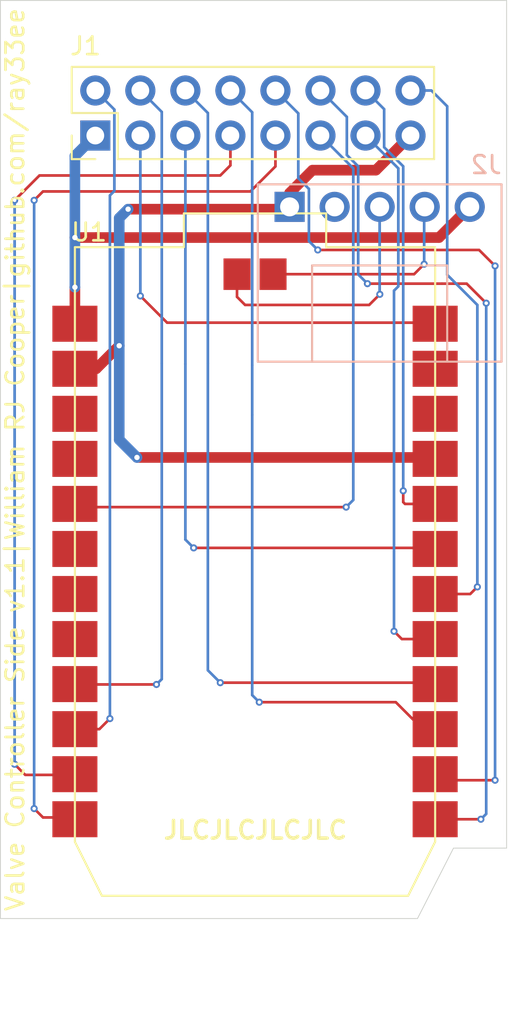
<source format=kicad_pcb>
(kicad_pcb (version 20171130) (host pcbnew "(5.1.10)-1")

  (general
    (thickness 1.6)
    (drawings 8)
    (tracks 192)
    (zones 0)
    (modules 3)
    (nets 27)
  )

  (page A4)
  (layers
    (0 F.Cu signal)
    (31 B.Cu signal)
    (32 B.Adhes user)
    (33 F.Adhes user)
    (34 B.Paste user)
    (35 F.Paste user)
    (36 B.SilkS user)
    (37 F.SilkS user)
    (38 B.Mask user)
    (39 F.Mask user)
    (40 Dwgs.User user)
    (41 Cmts.User user)
    (42 Eco1.User user)
    (43 Eco2.User user)
    (44 Edge.Cuts user)
    (45 Margin user)
    (46 B.CrtYd user)
    (47 F.CrtYd user)
    (48 B.Fab user)
    (49 F.Fab user)
  )

  (setup
    (last_trace_width 0.15)
    (trace_clearance 0.127)
    (zone_clearance 0.508)
    (zone_45_only no)
    (trace_min 0.127)
    (via_size 0.4)
    (via_drill 0.2)
    (via_min_size 0.4)
    (via_min_drill 0.2)
    (uvia_size 0.3)
    (uvia_drill 0.1)
    (uvias_allowed no)
    (uvia_min_size 0.2)
    (uvia_min_drill 0.1)
    (edge_width 0.05)
    (segment_width 0.2)
    (pcb_text_width 0.3)
    (pcb_text_size 1.5 1.5)
    (mod_edge_width 0.12)
    (mod_text_size 1 1)
    (mod_text_width 0.15)
    (pad_size 4.3 4.3)
    (pad_drill 4.3)
    (pad_to_mask_clearance 0)
    (aux_axis_origin 0 0)
    (visible_elements 7FFFFFFF)
    (pcbplotparams
      (layerselection 0x010fc_ffffffff)
      (usegerberextensions false)
      (usegerberattributes true)
      (usegerberadvancedattributes true)
      (creategerberjobfile true)
      (excludeedgelayer true)
      (linewidth 0.100000)
      (plotframeref false)
      (viasonmask false)
      (mode 1)
      (useauxorigin false)
      (hpglpennumber 1)
      (hpglpenspeed 20)
      (hpglpendiameter 15.000000)
      (psnegative false)
      (psa4output false)
      (plotreference true)
      (plotvalue true)
      (plotinvisibletext false)
      (padsonsilk false)
      (subtractmaskfromsilk false)
      (outputformat 1)
      (mirror false)
      (drillshape 0)
      (scaleselection 1)
      (outputdirectory "g/"))
  )

  (net 0 "")
  (net 1 /SDA)
  (net 2 /Analogue_0)
  (net 3 /SCL)
  (net 4 /Analogue_1)
  (net 5 /Digital_0)
  (net 6 /Digital_4)
  (net 7 /Digital_1)
  (net 8 GND)
  (net 9 /Digital_2)
  (net 10 +3V3)
  (net 11 /Digital_3)
  (net 12 +5V)
  (net 13 /D-)
  (net 14 /D+)
  (net 15 "Net-(U1-Pad23)")
  (net 16 "Net-(U1-Pad22)")
  (net 17 "Net-(U1-Pad8)")
  (net 18 "Net-(U1-Pad7)")
  (net 19 "Net-(U1-Pad6)")
  (net 20 "Net-(U1-Pad4)")
  (net 21 "Net-(U1-Pad3)")
  (net 22 "Net-(J2-Pad2)")
  (net 23 /Digital_5)
  (net 24 /PWM_3)
  (net 25 /PWM_1)
  (net 26 /PWM_2)

  (net_class Default "This is the default net class."
    (clearance 0.127)
    (trace_width 0.15)
    (via_dia 0.4)
    (via_drill 0.2)
    (uvia_dia 0.3)
    (uvia_drill 0.1)
    (add_net +3V3)
    (add_net /Analogue_0)
    (add_net /Analogue_1)
    (add_net /D+)
    (add_net /D-)
    (add_net /Digital_0)
    (add_net /Digital_1)
    (add_net /Digital_2)
    (add_net /Digital_3)
    (add_net /Digital_4)
    (add_net /Digital_5)
    (add_net /PWM_1)
    (add_net /PWM_2)
    (add_net /PWM_3)
    (add_net /SCL)
    (add_net /SDA)
    (add_net "Net-(J2-Pad2)")
    (add_net "Net-(U1-Pad22)")
    (add_net "Net-(U1-Pad23)")
    (add_net "Net-(U1-Pad3)")
    (add_net "Net-(U1-Pad4)")
    (add_net "Net-(U1-Pad6)")
    (add_net "Net-(U1-Pad7)")
    (add_net "Net-(U1-Pad8)")
  )

  (net_class "High Current" ""
    (clearance 0.15)
    (trace_width 0.6)
    (via_dia 0.6)
    (via_drill 0.3)
    (uvia_dia 0.3)
    (uvia_drill 0.1)
    (add_net +5V)
    (add_net GND)
  )

  (module Connector_PinHeader_2.54mm:PinHeader_2x08_P2.54mm_Vertical (layer F.Cu) (tedit 59FED5CC) (tstamp 616F35FD)
    (at 199.251 94.948 90)
    (descr "Through hole straight pin header, 2x08, 2.54mm pitch, double rows")
    (tags "Through hole pin header THT 2x08 2.54mm double row")
    (path /616EE07C)
    (fp_text reference J1 (at 5.048 -0.551 180) (layer F.SilkS)
      (effects (font (size 1 1) (thickness 0.15)))
    )
    (fp_text value Conn_02x08_Odd_Even (at 1.27 20.11 90) (layer F.Fab) hide
      (effects (font (size 1 1) (thickness 0.15)))
    )
    (fp_line (start 0 -1.27) (end 3.81 -1.27) (layer F.Fab) (width 0.1))
    (fp_line (start 3.81 -1.27) (end 3.81 19.05) (layer F.Fab) (width 0.1))
    (fp_line (start 3.81 19.05) (end -1.27 19.05) (layer F.Fab) (width 0.1))
    (fp_line (start -1.27 19.05) (end -1.27 0) (layer F.Fab) (width 0.1))
    (fp_line (start -1.27 0) (end 0 -1.27) (layer F.Fab) (width 0.1))
    (fp_line (start -1.33 19.11) (end 3.87 19.11) (layer F.SilkS) (width 0.12))
    (fp_line (start -1.33 1.27) (end -1.33 19.11) (layer F.SilkS) (width 0.12))
    (fp_line (start 3.87 -1.33) (end 3.87 19.11) (layer F.SilkS) (width 0.12))
    (fp_line (start -1.33 1.27) (end 1.27 1.27) (layer F.SilkS) (width 0.12))
    (fp_line (start 1.27 1.27) (end 1.27 -1.33) (layer F.SilkS) (width 0.12))
    (fp_line (start 1.27 -1.33) (end 3.87 -1.33) (layer F.SilkS) (width 0.12))
    (fp_line (start -1.33 0) (end -1.33 -1.33) (layer F.SilkS) (width 0.12))
    (fp_line (start -1.33 -1.33) (end 0 -1.33) (layer F.SilkS) (width 0.12))
    (fp_line (start -1.8 -1.8) (end -1.8 19.55) (layer F.CrtYd) (width 0.05))
    (fp_line (start -1.8 19.55) (end 4.35 19.55) (layer F.CrtYd) (width 0.05))
    (fp_line (start 4.35 19.55) (end 4.35 -1.8) (layer F.CrtYd) (width 0.05))
    (fp_line (start 4.35 -1.8) (end -1.8 -1.8) (layer F.CrtYd) (width 0.05))
    (fp_text user %R (at 1.27 8.89) (layer F.Fab)
      (effects (font (size 1 1) (thickness 0.15)))
    )
    (pad 1 thru_hole rect (at 0 0 90) (size 1.7 1.7) (drill 1) (layers *.Cu *.Mask)
      (net 12 +5V))
    (pad 2 thru_hole oval (at 2.54 0 90) (size 1.7 1.7) (drill 1) (layers *.Cu *.Mask)
      (net 6 /Digital_4))
    (pad 3 thru_hole oval (at 0 2.54 90) (size 1.7 1.7) (drill 1) (layers *.Cu *.Mask)
      (net 10 +3V3))
    (pad 4 thru_hole oval (at 2.54 2.54 90) (size 1.7 1.7) (drill 1) (layers *.Cu *.Mask)
      (net 23 /Digital_5))
    (pad 5 thru_hole oval (at 0 5.08 90) (size 1.7 1.7) (drill 1) (layers *.Cu *.Mask)
      (net 9 /Digital_2))
    (pad 6 thru_hole oval (at 2.54 5.08 90) (size 1.7 1.7) (drill 1) (layers *.Cu *.Mask)
      (net 26 /PWM_2))
    (pad 7 thru_hole oval (at 0 7.62 90) (size 1.7 1.7) (drill 1) (layers *.Cu *.Mask)
      (net 4 /Analogue_1))
    (pad 8 thru_hole oval (at 2.54 7.62 90) (size 1.7 1.7) (drill 1) (layers *.Cu *.Mask)
      (net 25 /PWM_1))
    (pad 9 thru_hole oval (at 0 10.16 90) (size 1.7 1.7) (drill 1) (layers *.Cu *.Mask)
      (net 2 /Analogue_0))
    (pad 10 thru_hole oval (at 2.54 10.16 90) (size 1.7 1.7) (drill 1) (layers *.Cu *.Mask)
      (net 3 /SCL))
    (pad 11 thru_hole oval (at 0 12.7 90) (size 1.7 1.7) (drill 1) (layers *.Cu *.Mask)
      (net 24 /PWM_3))
    (pad 12 thru_hole oval (at 2.54 12.7 90) (size 1.7 1.7) (drill 1) (layers *.Cu *.Mask)
      (net 1 /SDA))
    (pad 13 thru_hole oval (at 0 15.24 90) (size 1.7 1.7) (drill 1) (layers *.Cu *.Mask)
      (net 5 /Digital_0))
    (pad 14 thru_hole oval (at 2.54 15.24 90) (size 1.7 1.7) (drill 1) (layers *.Cu *.Mask)
      (net 11 /Digital_3))
    (pad 15 thru_hole oval (at 0 17.78 90) (size 1.7 1.7) (drill 1) (layers *.Cu *.Mask)
      (net 8 GND))
    (pad 16 thru_hole oval (at 2.54 17.78 90) (size 1.7 1.7) (drill 1) (layers *.Cu *.Mask)
      (net 7 /Digital_1))
    (model ${KISYS3DMOD}/Connector_PinHeader_2.54mm.3dshapes/PinHeader_2x08_P2.54mm_Vertical.wrl
      (at (xyz 0 0 0))
      (scale (xyz 1 1 1))
      (rotate (xyz 0 0 0))
    )
  )

  (module Socket:Adafruit_Micro_USB_Breakout_copy (layer B.Cu) (tedit 616DF8DA) (tstamp 616E66AB)
    (at 206.4 97.7)
    (path /616EC106)
    (fp_text reference J2 (at 14.9 -1.1 -180) (layer B.SilkS)
      (effects (font (size 1 1) (thickness 0.15)) (justify mirror))
    )
    (fp_text value Micro_USB_Breakout (at 9.21 11.43) (layer B.Fab)
      (effects (font (size 1 1) (thickness 0.15)) (justify mirror))
    )
    (fp_line (start 12.7 4.572) (end 5.08 4.572) (layer B.SilkS) (width 0.12))
    (fp_line (start 12.7 9.9695) (end 12.7 4.572) (layer B.SilkS) (width 0.12))
    (fp_line (start 5.08 9.9695) (end 5.08 4.572) (layer B.SilkS) (width 0.12))
    (fp_line (start 15.765 0) (end 15.765 10) (layer B.SilkS) (width 0.12))
    (fp_line (start 2.015 10) (end 15.765 10) (layer B.SilkS) (width 0.12))
    (fp_line (start 2.015 0) (end 15.765 0) (layer B.SilkS) (width 0.12))
    (fp_line (start 2.015 0) (end 2.015 10) (layer B.SilkS) (width 0.12))
    (pad 5 thru_hole circle (at 13.97 1.27) (size 1.7 1.7) (drill 1.07) (layers *.Cu *.Mask)
      (net 12 +5V))
    (pad 4 thru_hole circle (at 11.43 1.27) (size 1.7 1.7) (drill 1.07) (layers *.Cu *.Mask)
      (net 13 /D-))
    (pad 3 thru_hole circle (at 8.89 1.27) (size 1.7 1.7) (drill 1.07) (layers *.Cu *.Mask)
      (net 14 /D+))
    (pad 2 thru_hole circle (at 6.35 1.27) (size 1.7 1.7) (drill 1.07) (layers *.Cu *.Mask)
      (net 22 "Net-(J2-Pad2)"))
    (pad 1 thru_hole rect (at 3.81 1.27) (size 1.7 1.7) (drill 1.07) (layers *.Cu *.Mask)
      (net 8 GND))
  )

  (module Socket:Photon (layer F.Cu) (tedit 616DF178) (tstamp 616DF9D2)
    (at 198.1 133.5)
    (path /616E9343)
    (fp_text reference U1 (at 0.8 -33.1) (layer F.SilkS)
      (effects (font (size 1 1) (thickness 0.15)))
    )
    (fp_text value Photon (at 10.16 -17.78) (layer F.Fab)
      (effects (font (size 1 1) (thickness 0.15)))
    )
    (fp_line (start -2.54 11.43) (end -2.54 -35.56) (layer F.CrtYd) (width 0.12))
    (fp_line (start 22.86 11.43) (end -2.54 11.43) (layer F.CrtYd) (width 0.12))
    (fp_line (start 22.86 -35.56) (end 22.86 11.43) (layer F.CrtYd) (width 0.12))
    (fp_line (start -2.54 -35.56) (end 22.86 -35.56) (layer F.CrtYd) (width 0.12))
    (fp_line (start 2.54 10.16) (end 2.54 -3.81) (layer F.CrtYd) (width 0.12))
    (fp_line (start 17.78 10.16) (end 2.54 10.16) (layer F.CrtYd) (width 0.12))
    (fp_line (start 17.78 -3.81) (end 17.78 10.16) (layer F.CrtYd) (width 0.12))
    (fp_line (start 2.54 -3.81) (end 17.78 -3.81) (layer F.CrtYd) (width 0.12))
    (fp_line (start 0 1.27) (end 1.524 4.318) (layer F.SilkS) (width 0.12))
    (fp_line (start 1.524 4.318) (end 18.796 4.318) (layer F.SilkS) (width 0.12))
    (fp_line (start 18.796 4.318) (end 20.32 1.27) (layer F.SilkS) (width 0.12))
    (fp_line (start 0 1.27) (end 0 -32.258) (layer F.SilkS) (width 0.12))
    (fp_line (start 20.32 1.27) (end 20.32 -32.258) (layer F.SilkS) (width 0.12))
    (fp_line (start 0 -32.258) (end 6.1468 -32.258) (layer F.SilkS) (width 0.12))
    (fp_line (start 6.1468 -32.258) (end 6.1468 -34.163) (layer F.SilkS) (width 0.12))
    (fp_line (start 20.32 -32.258) (end 14.1732 -32.258) (layer F.SilkS) (width 0.12))
    (fp_line (start 14.1732 -32.258) (end 14.1732 -34.163) (layer F.SilkS) (width 0.12))
    (fp_line (start 6.1468 -34.163) (end 14.1732 -34.163) (layer F.SilkS) (width 0.12))
    (pad 30 smd rect (at 11.176 -30.734) (size 1.524 1.778) (layers F.Cu F.Paste F.Mask)
      (net 13 /D-))
    (pad 31 smd rect (at 9.144 -30.734) (size 1.524 1.778) (layers F.Cu F.Paste F.Mask)
      (net 14 /D+))
    (pad 24 smd rect (at 20.32 -27.94) (size 2.54 2.032) (layers F.Cu F.Paste F.Mask)
      (net 10 +3V3))
    (pad 23 smd rect (at 20.32 -25.4) (size 2.54 2.032) (layers F.Cu F.Paste F.Mask)
      (net 15 "Net-(U1-Pad23)"))
    (pad 22 smd rect (at 20.32 -22.86) (size 2.54 2.032) (layers F.Cu F.Paste F.Mask)
      (net 16 "Net-(U1-Pad22)"))
    (pad 21 smd rect (at 20.32 -20.32) (size 2.54 2.032) (layers F.Cu F.Paste F.Mask)
      (net 8 GND))
    (pad 20 smd rect (at 20.32 -17.78) (size 2.54 2.032) (layers F.Cu F.Paste F.Mask)
      (net 11 /Digital_3))
    (pad 19 smd rect (at 20.32 -15.24) (size 2.54 2.032) (layers F.Cu F.Paste F.Mask)
      (net 9 /Digital_2))
    (pad 18 smd rect (at 20.32 -12.7) (size 2.54 2.032) (layers F.Cu F.Paste F.Mask)
      (net 7 /Digital_1))
    (pad 17 smd rect (at 20.32 -10.16) (size 2.54 2.032) (layers F.Cu F.Paste F.Mask)
      (net 5 /Digital_0))
    (pad 16 smd rect (at 20.32 -7.62) (size 2.54 2.032) (layers F.Cu F.Paste F.Mask)
      (net 26 /PWM_2))
    (pad 15 smd rect (at 20.32 -5.08) (size 2.54 2.032) (layers F.Cu F.Paste F.Mask)
      (net 25 /PWM_1))
    (pad 14 smd rect (at 20.32 -2.54) (size 2.54 2.032) (layers F.Cu F.Paste F.Mask)
      (net 3 /SCL))
    (pad 13 smd rect (at 20.32 0) (size 2.54 2.032) (layers F.Cu F.Paste F.Mask)
      (net 1 /SDA))
    (pad 12 smd rect (at 0 0) (size 2.54 2.032) (layers F.Cu F.Paste F.Mask)
      (net 2 /Analogue_0))
    (pad 11 smd rect (at 0 -2.54) (size 2.54 2.032) (layers F.Cu F.Paste F.Mask)
      (net 4 /Analogue_1))
    (pad 10 smd rect (at 0 -5.08) (size 2.54 2.032) (layers F.Cu F.Paste F.Mask)
      (net 6 /Digital_4))
    (pad 9 smd rect (at 0 -7.62) (size 2.54 2.032) (layers F.Cu F.Paste F.Mask)
      (net 23 /Digital_5))
    (pad 8 smd rect (at 0 -10.16) (size 2.54 2.032) (layers F.Cu F.Paste F.Mask)
      (net 17 "Net-(U1-Pad8)"))
    (pad 7 smd rect (at 0 -12.7) (size 2.54 2.032) (layers F.Cu F.Paste F.Mask)
      (net 18 "Net-(U1-Pad7)"))
    (pad 6 smd rect (at 0 -15.24) (size 2.54 2.032) (layers F.Cu F.Paste F.Mask)
      (net 19 "Net-(U1-Pad6)"))
    (pad 5 smd rect (at 0 -17.78) (size 2.54 2.032) (layers F.Cu F.Paste F.Mask)
      (net 24 /PWM_3))
    (pad 4 smd rect (at 0 -20.32) (size 2.54 2.032) (layers F.Cu F.Paste F.Mask)
      (net 20 "Net-(U1-Pad4)"))
    (pad 3 smd rect (at 0 -22.86) (size 2.54 2.032) (layers F.Cu F.Paste F.Mask)
      (net 21 "Net-(U1-Pad3)"))
    (pad 2 smd rect (at 0 -25.4) (size 2.54 2.032) (layers F.Cu F.Paste F.Mask)
      (net 8 GND))
    (pad 1 smd rect (at 0 -27.94) (size 2.54 2.032) (layers F.Cu F.Paste F.Mask)
      (net 12 +5V))
  )

  (gr_text "Valve Controller Side v1.1|William RJ Cooper|github.com/ray33ee" (at 194.73 113.22 90) (layer F.SilkS) (tstamp 616F0B1D)
    (effects (font (size 1 1) (thickness 0.15)))
  )
  (gr_line (start 219.456 135.128) (end 222.45 135.128) (layer Edge.Cuts) (width 0.05) (tstamp 616F0C1D))
  (gr_line (start 217.424 139.1) (end 219.456 135.128) (layer Edge.Cuts) (width 0.05))
  (gr_text JLCJLCJLCJLC (at 208.28 134.112) (layer F.SilkS) (tstamp 616F0B5C)
    (effects (font (size 1 1) (thickness 0.2)))
  )
  (gr_line (start 193.9 139.1) (end 217.424 139.1) (layer Edge.Cuts) (width 0.05) (tstamp 616DFB57))
  (gr_line (start 222.45 87.33) (end 193.9 87.33) (layer Edge.Cuts) (width 0.05) (tstamp 616DFB56))
  (gr_line (start 193.9 87.33) (end 193.9 139.1) (layer Edge.Cuts) (width 0.05) (tstamp 616DFB55))
  (gr_line (start 222.45 135.128) (end 222.45 87.33) (layer Edge.Cuts) (width 0.05) (tstamp 616DFB54))

  (segment (start 214.079011 96.68426) (end 214.079011 101.620989) (width 0.15) (layer B.Cu) (net 1))
  (segment (start 213.438999 96.044249) (end 214.079011 96.68426) (width 0.15) (layer B.Cu) (net 1))
  (segment (start 213.438999 93.895999) (end 213.438999 96.044249) (width 0.15) (layer B.Cu) (net 1))
  (segment (start 211.951 92.408) (end 213.438999 93.895999) (width 0.15) (layer B.Cu) (net 1))
  (segment (start 214.079011 101.620989) (end 214.079011 102.779011) (width 0.15) (layer B.Cu) (net 1))
  (segment (start 214.079011 102.779011) (end 214.6 103.3) (width 0.15) (layer B.Cu) (net 1))
  (segment (start 214.6 103.3) (end 214.6 103.3) (width 0.15) (layer B.Cu) (net 1) (tstamp 616F3FA5))
  (via (at 214.6 103.3) (size 0.4) (drill 0.2) (layers F.Cu B.Cu) (net 1))
  (segment (start 214.6 103.3) (end 218.809602 103.3) (width 0.15) (layer F.Cu) (net 1))
  (segment (start 218.809602 103.3) (end 220.2 103.3) (width 0.15) (layer F.Cu) (net 1))
  (segment (start 220.2 103.3) (end 221.3 104.4) (width 0.15) (layer F.Cu) (net 1))
  (segment (start 221.3 104.4) (end 221.3 104.4) (width 0.15) (layer F.Cu) (net 1) (tstamp 616F3FB9))
  (via (at 221.3 104.4) (size 0.4) (drill 0.2) (layers F.Cu B.Cu) (net 1))
  (segment (start 221.3 104.4) (end 221.3 125.2) (width 0.15) (layer B.Cu) (net 1))
  (segment (start 221.3 125.2) (end 221.3 133.2) (width 0.15) (layer B.Cu) (net 1))
  (segment (start 221.3 133.2) (end 221 133.5) (width 0.15) (layer B.Cu) (net 1))
  (segment (start 221 133.5) (end 221 133.5) (width 0.15) (layer B.Cu) (net 1) (tstamp 616F3FBF))
  (via (at 221 133.5) (size 0.4) (drill 0.2) (layers F.Cu B.Cu) (net 1))
  (segment (start 218.42 133.5) (end 221 133.5) (width 0.15) (layer F.Cu) (net 1))
  (segment (start 209.411 94.948) (end 209.411 96.689) (width 0.15) (layer F.Cu) (net 2))
  (segment (start 209.411 96.689) (end 208 98.1) (width 0.15) (layer F.Cu) (net 2))
  (segment (start 208 98.1) (end 196.3 98.1) (width 0.15) (layer F.Cu) (net 2))
  (segment (start 196.3 98.1) (end 195.8 98.6) (width 0.15) (layer F.Cu) (net 2))
  (segment (start 195.8 98.6) (end 195.8 98.6) (width 0.15) (layer F.Cu) (net 2) (tstamp 616F4150))
  (via (at 195.8 98.6) (size 0.4) (drill 0.2) (layers F.Cu B.Cu) (net 2))
  (segment (start 195.8 98.6) (end 195.8 132.9) (width 0.15) (layer B.Cu) (net 2))
  (segment (start 195.8 132.9) (end 195.8 132.9) (width 0.15) (layer B.Cu) (net 2) (tstamp 616F4154))
  (via (at 195.8 132.9) (size 0.4) (drill 0.2) (layers F.Cu B.Cu) (net 2))
  (segment (start 195.8 132.9) (end 196.3 133.4) (width 0.15) (layer F.Cu) (net 2))
  (segment (start 198 133.4) (end 198.1 133.5) (width 0.15) (layer F.Cu) (net 2))
  (segment (start 196.3 133.4) (end 198 133.4) (width 0.15) (layer F.Cu) (net 2))
  (segment (start 209.411 92.408) (end 210.7 93.697) (width 0.15) (layer B.Cu) (net 3))
  (segment (start 210.7 97.354998) (end 211.3 97.954998) (width 0.15) (layer B.Cu) (net 3))
  (segment (start 210.7 93.697) (end 210.7 97.354998) (width 0.15) (layer B.Cu) (net 3))
  (segment (start 211.3 97.954998) (end 211.3 100.9) (width 0.15) (layer B.Cu) (net 3))
  (segment (start 211.3 100.9) (end 211.8 101.4) (width 0.15) (layer B.Cu) (net 3))
  (segment (start 211.8 101.4) (end 211.8 101.4) (width 0.15) (layer B.Cu) (net 3) (tstamp 616F3FB7))
  (via (at 211.8 101.4) (size 0.4) (drill 0.2) (layers F.Cu B.Cu) (net 3))
  (segment (start 211.8 101.4) (end 220.9 101.4) (width 0.15) (layer F.Cu) (net 3))
  (segment (start 220.9 101.4) (end 221.8 102.3) (width 0.15) (layer F.Cu) (net 3))
  (segment (start 221.8 102.3) (end 221.8 102.3) (width 0.15) (layer F.Cu) (net 3) (tstamp 616F3FBB))
  (via (at 221.8 102.3) (size 0.4) (drill 0.2) (layers F.Cu B.Cu) (net 3))
  (segment (start 221.8 102.3) (end 221.8 131.3) (width 0.15) (layer B.Cu) (net 3))
  (segment (start 221.8 131.3) (end 221.8 131.3) (width 0.15) (layer B.Cu) (net 3) (tstamp 616F3FBD))
  (via (at 221.8 131.3) (size 0.4) (drill 0.2) (layers F.Cu B.Cu) (net 3))
  (segment (start 218.76 131.3) (end 218.42 130.96) (width 0.15) (layer F.Cu) (net 3))
  (segment (start 221.8 131.3) (end 218.76 131.3) (width 0.15) (layer F.Cu) (net 3))
  (segment (start 206.871 94.948) (end 206.871 96.629) (width 0.15) (layer F.Cu) (net 4))
  (segment (start 206.871 96.629) (end 206.3 97.2) (width 0.15) (layer F.Cu) (net 4))
  (segment (start 206.3 97.2) (end 196.1 97.2) (width 0.15) (layer F.Cu) (net 4))
  (segment (start 196.1 97.2) (end 194.7 98.6) (width 0.15) (layer F.Cu) (net 4))
  (segment (start 194.7 98.6) (end 194.7 98.6) (width 0.15) (layer F.Cu) (net 4) (tstamp 616F4152))
  (via (at 194.7 98.6) (size 0.4) (drill 0.2) (layers F.Cu B.Cu) (net 4))
  (segment (start 194.7 98.6) (end 194.7 130.4) (width 0.15) (layer B.Cu) (net 4))
  (segment (start 194.7 130.4) (end 194.7 130.4) (width 0.15) (layer B.Cu) (net 4) (tstamp 616F4156))
  (via (at 194.7 130.4) (size 0.4) (drill 0.2) (layers F.Cu B.Cu) (net 4))
  (segment (start 194.7 130.4) (end 195.3 131) (width 0.15) (layer F.Cu) (net 4))
  (segment (start 198.06 131) (end 198.1 130.96) (width 0.15) (layer F.Cu) (net 4))
  (segment (start 195.3 131) (end 198.06 131) (width 0.15) (layer F.Cu) (net 4))
  (segment (start 201.791 92.408) (end 203 93.617) (width 0.15) (layer B.Cu) (net 23))
  (segment (start 203 93.617) (end 203 107.8) (width 0.15) (layer B.Cu) (net 23))
  (segment (start 217.031 92.408) (end 218.208 92.408) (width 0.15) (layer B.Cu) (net 7))
  (segment (start 218.208 92.408) (end 219.1 93.3) (width 0.15) (layer B.Cu) (net 7))
  (segment (start 219.1 93.3) (end 219.1 102.6) (width 0.15) (layer B.Cu) (net 7))
  (segment (start 199.251 92.408) (end 200.326001 93.483001) (width 0.15) (layer B.Cu) (net 6))
  (segment (start 210.21 98.97) (end 210.21 98.19) (width 0.6) (layer F.Cu) (net 8))
  (segment (start 210.21 98.19) (end 211.5 96.9) (width 0.6) (layer F.Cu) (net 8))
  (segment (start 215.079 96.9) (end 217.031 94.948) (width 0.6) (layer F.Cu) (net 8))
  (segment (start 211.5 96.9) (end 215.079 96.9) (width 0.6) (layer F.Cu) (net 8))
  (segment (start 198.1 108.1) (end 199.3 108.1) (width 0.6) (layer F.Cu) (net 8))
  (segment (start 199.3 108.1) (end 200.6 106.8) (width 0.6) (layer F.Cu) (net 8))
  (segment (start 200.6 106.8) (end 200.6 106.8) (width 0.6) (layer F.Cu) (net 8) (tstamp 616F3B6C))
  (via (at 200.6 106.8) (size 0.6) (drill 0.3) (layers F.Cu B.Cu) (net 8))
  (segment (start 200.6 106.8) (end 200.6 99.6) (width 0.6) (layer B.Cu) (net 8))
  (segment (start 200.6 99.6) (end 201.1 99.1) (width 0.6) (layer B.Cu) (net 8))
  (segment (start 201.1 99.1) (end 201.1 99.1) (width 0.6) (layer B.Cu) (net 8) (tstamp 616F3B6E))
  (via (at 201.1 99.1) (size 0.6) (drill 0.3) (layers F.Cu B.Cu) (net 8))
  (segment (start 210.08 99.1) (end 210.21 98.97) (width 0.6) (layer F.Cu) (net 8))
  (segment (start 201.1 99.1) (end 210.08 99.1) (width 0.6) (layer F.Cu) (net 8))
  (segment (start 200.6 106.8) (end 200.6 112.1) (width 0.6) (layer B.Cu) (net 8))
  (segment (start 200.6 112.1) (end 201.6 113.1) (width 0.6) (layer B.Cu) (net 8))
  (segment (start 201.6 113.1) (end 201.6 113.1) (width 0.6) (layer B.Cu) (net 8) (tstamp 616F3B70))
  (via (at 201.6 113.1) (size 0.6) (drill 0.3) (layers F.Cu B.Cu) (net 8))
  (segment (start 218.34 113.1) (end 218.42 113.18) (width 0.6) (layer F.Cu) (net 8))
  (segment (start 201.6 113.1) (end 218.34 113.1) (width 0.6) (layer F.Cu) (net 8))
  (segment (start 204.331 94.948) (end 204.331 107.831) (width 0.15) (layer B.Cu) (net 9))
  (segment (start 201.791 94.948) (end 201.791 103.991) (width 0.15) (layer B.Cu) (net 10))
  (segment (start 218.36 105.5) (end 218.42 105.56) (width 0.15) (layer F.Cu) (net 10))
  (segment (start 203.3 105.5) (end 218.36 105.5) (width 0.15) (layer F.Cu) (net 10))
  (segment (start 201.791 103.991) (end 201.791 103.991) (width 0.15) (layer B.Cu) (net 10) (tstamp 616F3B76))
  (via (at 201.791 103.991) (size 0.4) (drill 0.2) (layers F.Cu B.Cu) (net 10))
  (segment (start 201.791 103.991) (end 203.3 105.5) (width 0.15) (layer F.Cu) (net 10))
  (segment (start 215.543001 95.608251) (end 216.619011 96.68426) (width 0.15) (layer B.Cu) (net 11))
  (segment (start 216.619011 96.68426) (end 216.619011 103.280989) (width 0.15) (layer B.Cu) (net 11))
  (segment (start 215.543001 93.460001) (end 215.543001 95.608251) (width 0.15) (layer B.Cu) (net 11))
  (segment (start 214.491 92.408) (end 215.543001 93.460001) (width 0.15) (layer B.Cu) (net 11))
  (segment (start 199.3 94.997) (end 199.251 94.948) (width 0.6) (layer B.Cu) (net 12))
  (segment (start 220.37 98.97) (end 218.64 100.7) (width 0.6) (layer F.Cu) (net 12))
  (segment (start 218.64 100.7) (end 199.3 100.7) (width 0.6) (layer F.Cu) (net 12))
  (segment (start 199.3 100.7) (end 199.3 100.7) (width 0.6) (layer F.Cu) (net 12) (tstamp 616F3B61))
  (segment (start 209.276 102.766) (end 217.234 102.766) (width 0.15) (layer F.Cu) (net 13))
  (segment (start 217.234 102.766) (end 217.8 102.2) (width 0.15) (layer F.Cu) (net 13))
  (segment (start 217.8 102.2) (end 217.8 102.2) (width 0.15) (layer F.Cu) (net 13) (tstamp 616F3B65))
  (via (at 217.8 102.2) (size 0.4) (drill 0.2) (layers F.Cu B.Cu) (net 13))
  (segment (start 217.8 99) (end 217.83 98.97) (width 0.15) (layer B.Cu) (net 13))
  (segment (start 217.8 102.2) (end 217.8 99) (width 0.15) (layer B.Cu) (net 13))
  (segment (start 207.244 102.766) (end 207.244 104.044) (width 0.15) (layer F.Cu) (net 14))
  (segment (start 207.244 104.044) (end 207.7 104.5) (width 0.15) (layer F.Cu) (net 14))
  (segment (start 207.7 104.5) (end 214.7 104.5) (width 0.15) (layer F.Cu) (net 14))
  (segment (start 214.7 104.5) (end 215.3 103.9) (width 0.15) (layer F.Cu) (net 14))
  (segment (start 215.3 103.9) (end 215.3 103.9) (width 0.15) (layer F.Cu) (net 14) (tstamp 616F3B63))
  (via (at 215.3 103.9) (size 0.4) (drill 0.2) (layers F.Cu B.Cu) (net 14))
  (segment (start 215.29 103.89) (end 215.3 103.9) (width 0.15) (layer B.Cu) (net 14))
  (segment (start 215.29 98.97) (end 215.29 103.89) (width 0.15) (layer B.Cu) (net 14))
  (segment (start 216.342001 96.799001) (end 216.342001 103.057999) (width 0.15) (layer B.Cu) (net 5))
  (segment (start 214.491 94.948) (end 216.342001 96.799001) (width 0.15) (layer B.Cu) (net 5))
  (segment (start 216.342001 103.452961) (end 216.1 103.694962) (width 0.15) (layer B.Cu) (net 5))
  (segment (start 216.342001 103.057999) (end 216.342001 103.452961) (width 0.15) (layer B.Cu) (net 5))
  (segment (start 216.1 103.694962) (end 216.1 122.9) (width 0.15) (layer B.Cu) (net 5))
  (segment (start 216.1 122.9) (end 216.1 122.9) (width 0.15) (layer B.Cu) (net 5) (tstamp 616F3D22))
  (via (at 216.1 122.9) (size 0.4) (drill 0.2) (layers F.Cu B.Cu) (net 5))
  (segment (start 216.54 123.34) (end 216.1 122.9) (width 0.15) (layer F.Cu) (net 5))
  (segment (start 218.42 123.34) (end 216.54 123.34) (width 0.15) (layer F.Cu) (net 5))
  (segment (start 200.07499 127.82501) (end 200.07499 127.82501) (width 0.15) (layer B.Cu) (net 6) (tstamp 616F3FA3))
  (via (at 200.07499 127.82501) (size 0.4) (drill 0.2) (layers F.Cu B.Cu) (net 6))
  (segment (start 199.48 128.42) (end 200.07499 127.82501) (width 0.15) (layer F.Cu) (net 6))
  (segment (start 198.1 128.42) (end 199.48 128.42) (width 0.15) (layer F.Cu) (net 6))
  (segment (start 200.07499 98.32501) (end 200.326001 98.073999) (width 0.15) (layer B.Cu) (net 6))
  (segment (start 200.07499 127.82501) (end 200.07499 98.32501) (width 0.15) (layer B.Cu) (net 6))
  (segment (start 200.326001 93.483001) (end 200.326001 98.073999) (width 0.15) (layer B.Cu) (net 6))
  (segment (start 219.1 102.6) (end 219.1 102.8) (width 0.15) (layer B.Cu) (net 7))
  (segment (start 219.1 102.8) (end 220.8 104.5) (width 0.15) (layer B.Cu) (net 7))
  (segment (start 220.8 104.5) (end 220.8 120.4) (width 0.15) (layer B.Cu) (net 7))
  (segment (start 220.8 120.4) (end 220.8 120.4) (width 0.15) (layer B.Cu) (net 7) (tstamp 616F3D1C))
  (via (at 220.8 120.4) (size 0.4) (drill 0.2) (layers F.Cu B.Cu) (net 7))
  (segment (start 220.4 120.8) (end 220.8 120.4) (width 0.15) (layer F.Cu) (net 7))
  (segment (start 218.42 120.8) (end 220.4 120.8) (width 0.15) (layer F.Cu) (net 7))
  (segment (start 204.331 107.831) (end 204.331 117.731) (width 0.15) (layer B.Cu) (net 9))
  (segment (start 204.331 117.731) (end 204.8 118.2) (width 0.15) (layer B.Cu) (net 9))
  (segment (start 204.8 118.2) (end 204.8 118.2) (width 0.15) (layer B.Cu) (net 9) (tstamp 616F3D2A))
  (via (at 204.8 118.2) (size 0.4) (drill 0.2) (layers F.Cu B.Cu) (net 9))
  (segment (start 218.36 118.2) (end 218.42 118.26) (width 0.15) (layer F.Cu) (net 9))
  (segment (start 204.8 118.2) (end 218.36 118.2) (width 0.15) (layer F.Cu) (net 9))
  (segment (start 216.619011 103.280989) (end 216.619011 114.980989) (width 0.15) (layer B.Cu) (net 11))
  (segment (start 216.619011 114.980989) (end 216.619011 114.980989) (width 0.15) (layer B.Cu) (net 11) (tstamp 616F3D1E))
  (via (at 216.619011 114.980989) (size 0.4) (drill 0.2) (layers F.Cu B.Cu) (net 11))
  (segment (start 216.619011 114.980989) (end 216.619011 115.619011) (width 0.15) (layer F.Cu) (net 11))
  (segment (start 216.72 115.72) (end 218.42 115.72) (width 0.15) (layer F.Cu) (net 11))
  (segment (start 216.619011 115.619011) (end 216.72 115.72) (width 0.15) (layer F.Cu) (net 11))
  (segment (start 199.251 94.948) (end 199.251 94.949) (width 0.6) (layer B.Cu) (net 12))
  (segment (start 199.251 94.949) (end 198.1 96.1) (width 0.6) (layer B.Cu) (net 12))
  (segment (start 198.1 96.1) (end 198.1 103.5) (width 0.6) (layer B.Cu) (net 12))
  (segment (start 198.1 103.5) (end 198.1 103.5) (width 0.6) (layer B.Cu) (net 12) (tstamp 616F4503))
  (via (at 198.1 103.5) (size 0.6) (drill 0.3) (layers F.Cu B.Cu) (net 12))
  (segment (start 198.1 103.5) (end 198.1 105.56) (width 0.6) (layer F.Cu) (net 12))
  (segment (start 199.3 100.7) (end 198.1 100.7) (width 0.6) (layer F.Cu) (net 12))
  (segment (start 198.1 100.7) (end 198.1 100.7) (width 0.6) (layer F.Cu) (net 12) (tstamp 616F4505))
  (via (at 198.1 100.7) (size 0.6) (drill 0.3) (layers F.Cu B.Cu) (net 12))
  (segment (start 203 107.8) (end 203 112.8) (width 0.15) (layer B.Cu) (net 23))
  (segment (start 203 112.8) (end 203 125.6) (width 0.15) (layer B.Cu) (net 23))
  (segment (start 203 125.6) (end 202.7 125.9) (width 0.15) (layer B.Cu) (net 23))
  (segment (start 202.7 125.9) (end 202.7 125.9) (width 0.15) (layer B.Cu) (net 23) (tstamp 616F3D2C))
  (via (at 202.7 125.9) (size 0.4) (drill 0.2) (layers F.Cu B.Cu) (net 23))
  (segment (start 198.12 125.9) (end 198.1 125.88) (width 0.15) (layer F.Cu) (net 23))
  (segment (start 202.7 125.9) (end 198.12 125.9) (width 0.15) (layer F.Cu) (net 23))
  (segment (start 213.802001 96.799001) (end 213.802001 100.997999) (width 0.15) (layer B.Cu) (net 24))
  (segment (start 211.951 94.948) (end 213.802001 96.799001) (width 0.15) (layer B.Cu) (net 24))
  (segment (start 213.802001 100.997999) (end 213.802001 115.497999) (width 0.15) (layer B.Cu) (net 24))
  (segment (start 213.802001 115.497999) (end 213.4 115.9) (width 0.15) (layer B.Cu) (net 24))
  (segment (start 213.4 115.9) (end 213.4 115.9) (width 0.15) (layer B.Cu) (net 24) (tstamp 616F3D24))
  (via (at 213.4 115.9) (size 0.4) (drill 0.2) (layers F.Cu B.Cu) (net 24))
  (segment (start 198.28 115.9) (end 198.1 115.72) (width 0.15) (layer F.Cu) (net 24))
  (segment (start 213.4 115.9) (end 198.28 115.9) (width 0.15) (layer F.Cu) (net 24))
  (segment (start 206.871 92.408) (end 208.1 93.637) (width 0.15) (layer B.Cu) (net 25))
  (segment (start 208.1 93.637) (end 208.1 107.9) (width 0.15) (layer B.Cu) (net 25))
  (segment (start 208.1 107.9) (end 208.1 110.7) (width 0.15) (layer B.Cu) (net 25))
  (segment (start 208.1 110.7) (end 208.1 126.1) (width 0.15) (layer B.Cu) (net 25))
  (segment (start 208.1 126.1) (end 208.1 126.5) (width 0.15) (layer B.Cu) (net 25))
  (segment (start 208.1 126.5) (end 208.5 126.9) (width 0.15) (layer B.Cu) (net 25))
  (segment (start 208.5 126.9) (end 208.5 126.9) (width 0.15) (layer B.Cu) (net 25) (tstamp 616F3D26))
  (via (at 208.5 126.9) (size 0.4) (drill 0.2) (layers F.Cu B.Cu) (net 25))
  (segment (start 217.72 128.42) (end 218.42 128.42) (width 0.15) (layer F.Cu) (net 25))
  (segment (start 216.2 126.9) (end 217.72 128.42) (width 0.15) (layer F.Cu) (net 25))
  (segment (start 208.5 126.9) (end 216.2 126.9) (width 0.15) (layer F.Cu) (net 25))
  (segment (start 204.331 92.408) (end 205.6 93.677) (width 0.15) (layer B.Cu) (net 26))
  (segment (start 205.6 93.677) (end 205.6 107.8) (width 0.15) (layer B.Cu) (net 26))
  (segment (start 205.6 107.8) (end 205.6 125.1) (width 0.15) (layer B.Cu) (net 26))
  (segment (start 205.6 125.1) (end 206.3 125.8) (width 0.15) (layer B.Cu) (net 26))
  (segment (start 206.3 125.8) (end 206.3 125.8) (width 0.15) (layer B.Cu) (net 26) (tstamp 616F3D28))
  (via (at 206.3 125.8) (size 0.4) (drill 0.2) (layers F.Cu B.Cu) (net 26))
  (segment (start 218.34 125.8) (end 218.42 125.88) (width 0.15) (layer F.Cu) (net 26))
  (segment (start 206.3 125.8) (end 218.34 125.8) (width 0.15) (layer F.Cu) (net 26))

  (zone (net 0) (net_name "") (layers F&B.Cu) (tstamp 0) (hatch edge 0.508)
    (connect_pads (clearance 0.508))
    (min_thickness 0.254)
    (keepout (tracks not_allowed) (vias not_allowed) (copperpour allowed))
    (fill (arc_segments 32) (thermal_gap 0.508) (thermal_bridge_width 0.508))
    (polygon
      (pts
        (xy 215.9 143.7) (xy 200.6 143.7) (xy 200.6 129.7) (xy 215.9 129.7)
      )
    )
  )
)

</source>
